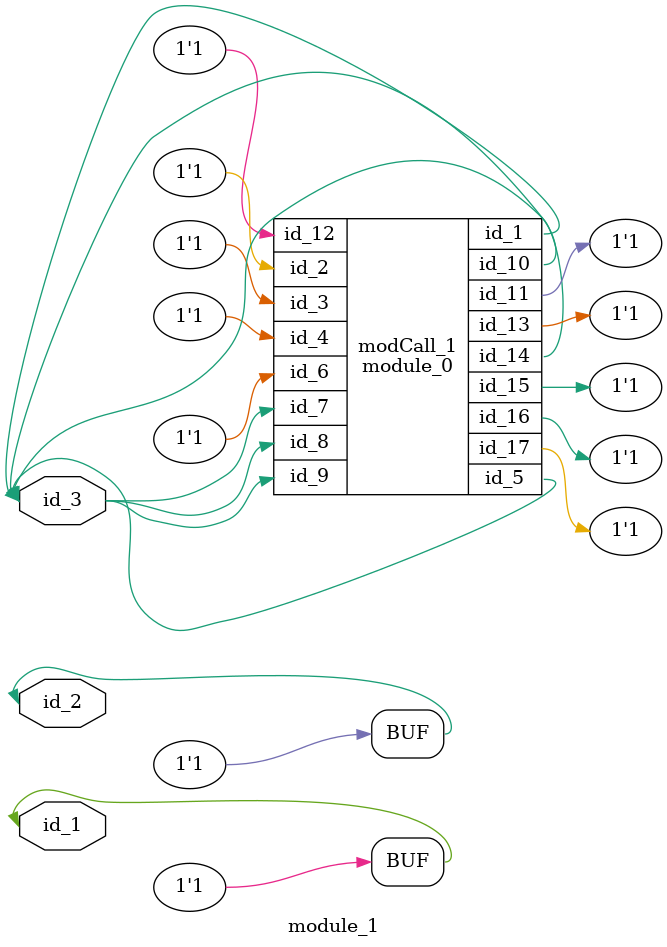
<source format=v>
module module_0 (
    id_1,
    id_2,
    id_3,
    id_4,
    id_5,
    id_6,
    id_7,
    id_8,
    id_9,
    id_10,
    id_11,
    id_12,
    id_13,
    id_14,
    id_15,
    id_16,
    id_17
);
  inout wire id_17;
  output wire id_16;
  output wire id_15;
  inout wire id_14;
  output wire id_13;
  input wire id_12;
  output wire id_11;
  inout wire id_10;
  input wire id_9;
  input wire id_8;
  input wire id_7;
  input wire id_6;
  output wire id_5;
  input wire id_4;
  input wire id_3;
  input wire id_2;
  inout wire id_1;
  assign module_1.id_2 = 0;
endmodule
module module_1 (
    id_1,
    id_2,
    id_3
);
  inout wire id_3;
  inout wire id_2;
  inout wire id_1;
  assign id_2 = -1;
  or primCall (id_1, id_2, id_3);
  module_0 modCall_1 (
      id_3,
      id_2,
      id_2,
      id_1,
      id_3,
      id_2,
      id_3,
      id_3,
      id_3,
      id_3,
      id_2,
      id_1,
      id_1,
      id_3,
      id_2,
      id_1,
      id_1
  );
endmodule

</source>
